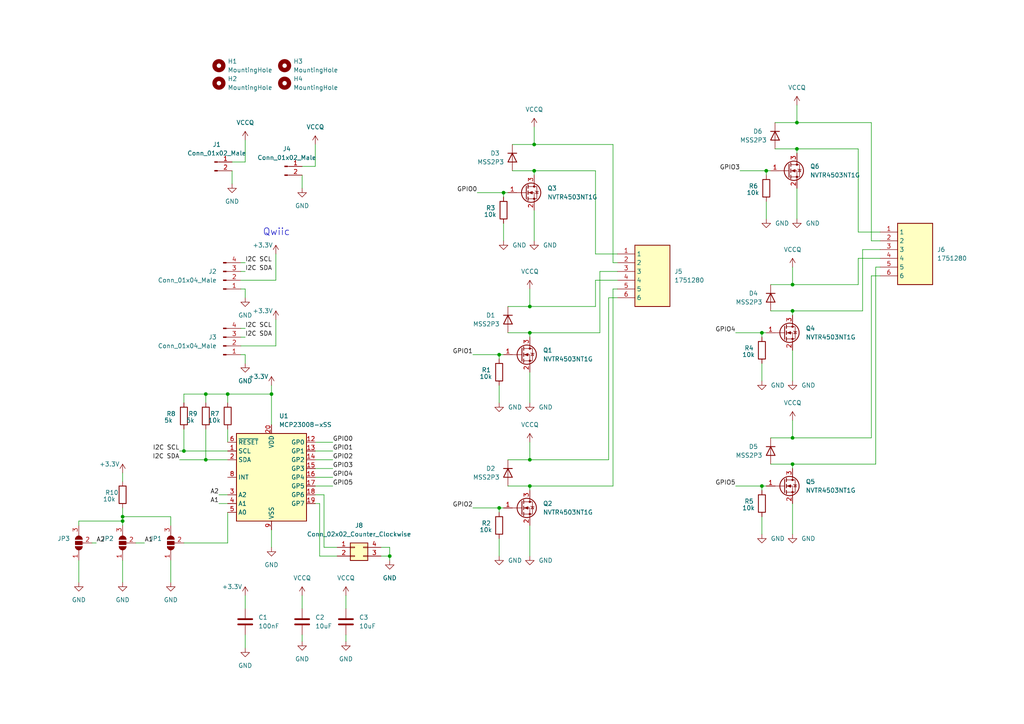
<source format=kicad_sch>
(kicad_sch (version 20230121) (generator eeschema)
  (paper "A4")
  (lib_symbols
    (symbol "Connector:Conn_01x02_Male" (pin_names (offset 1.016) hide)
      (property "Reference" "J" (at 0 2.54 0))
      (property "Value" "Conn_01x02_Male" (at 0 -5.08 0))
      (symbol "Conn_01x02_Male_1_1"
        (polyline (pts (xy 1.27 -2.54) (xy 0.8636 -2.54)) (stroke (width 0.1524)))
        (polyline (pts (xy 1.27 0) (xy 0.8636 0)) (stroke (width 0.1524)))
        (rectangle (start 0.8636 -2.413) (end 0 -2.667) (stroke (width 0.1524)) (fill (type outline)))
        (rectangle (start 0.8636 0.127) (end 0 -0.127) (stroke (width 0.1524)) (fill (type outline)))
        (pin passive line (at 5.08 0 180) (length 3.81) (name "Pin_1") (number "1"))
        (pin passive line (at 5.08 -2.54 180) (length 3.81) (name "Pin_2") (number "2"))
      )
    )
    (symbol "Connector:Conn_01x04_Male" (pin_names (offset 1.016) hide)
      (property "Reference" "J" (at 0 5.08 0))
      (property "Value" "Conn_01x04_Male" (at 0 -7.62 0))
      (symbol "Conn_01x04_Male_1_1"
        (polyline (pts (xy 1.27 -5.08) (xy 0.8636 -5.08)) (stroke (width 0.1524)))
        (polyline (pts (xy 1.27 -2.54) (xy 0.8636 -2.54)) (stroke (width 0.1524)))
        (polyline (pts (xy 1.27 0) (xy 0.8636 0)) (stroke (width 0.1524)))
        (polyline (pts (xy 1.27 2.54) (xy 0.8636 2.54)) (stroke (width 0.1524)))
        (rectangle (start 0.8636 -4.953) (end 0 -5.207) (stroke (width 0.1524)) (fill (type outline)))
        (rectangle (start 0.8636 -2.413) (end 0 -2.667) (stroke (width 0.1524)) (fill (type outline)))
        (rectangle (start 0.8636 0.127) (end 0 -0.127) (stroke (width 0.1524)) (fill (type outline)))
        (rectangle (start 0.8636 2.667) (end 0 2.413) (stroke (width 0.1524)) (fill (type outline)))
        (pin passive line (at 5.08 2.54 180) (length 3.81) (name "Pin_1") (number "1"))
        (pin passive line (at 5.08 0 180) (length 3.81) (name "Pin_2") (number "2"))
        (pin passive line (at 5.08 -2.54 180) (length 3.81) (name "Pin_3") (number "3"))
        (pin passive line (at 5.08 -5.08 180) (length 3.81) (name "Pin_4") (number "4"))
      )
    )
    (symbol "Connector_Generic:Conn_02x02_Counter_Clockwise" (pin_names (offset 1.016) hide)
      (property "Reference" "J" (at 1.27 2.54 0))
      (property "Value" "Conn_02x02_Counter_Clockwise" (at 1.27 -5.08 0))
      (symbol "Conn_02x02_Counter_Clockwise_1_1"
        (rectangle (start -1.27 -2.413) (end 0 -2.667) (stroke (width 0.1524)))
        (rectangle (start -1.27 0.127) (end 0 -0.127) (stroke (width 0.1524)))
        (rectangle (start -1.27 1.27) (end 3.81 -3.81) (stroke (width 0.254)) (fill (type background)))
        (rectangle (start 3.81 -2.413) (end 2.54 -2.667) (stroke (width 0.1524)))
        (rectangle (start 3.81 0.127) (end 2.54 -0.127) (stroke (width 0.1524)))
        (pin passive line (at -5.08 0 0) (length 3.81) (name "Pin_1") (number "1"))
        (pin passive line (at -5.08 -2.54 0) (length 3.81) (name "Pin_2") (number "2"))
        (pin passive line (at 7.62 -2.54 180) (length 3.81) (name "Pin_3") (number "3"))
        (pin passive line (at 7.62 0 180) (length 3.81) (name "Pin_4") (number "4"))
      )
    )
    (symbol "Device:C" (pin_numbers hide) (pin_names (offset 0.254))
      (property "Reference" "C" (at 0.635 2.54 0))
      (property "Value" "C" (at 0.635 -2.54 0))
      (symbol "C_0_1"
        (polyline (pts (xy -2.032 -0.762) (xy 2.032 -0.762)) (stroke (width 0.508)))
        (polyline (pts (xy -2.032 0.762) (xy 2.032 0.762)) (stroke (width 0.508)))
      )
      (symbol "C_1_1"
        (pin passive line (at 0 3.81 270) (length 2.794) (name "~") (number "1"))
        (pin passive line (at 0 -3.81 90) (length 2.794) (name "~") (number "2"))
      )
    )
    (symbol "Device:D" (pin_numbers hide) (pin_names (offset 1.016) hide)
      (property "Reference" "D" (at 0 2.54 0))
      (property "Value" "D" (at 0 -2.54 0))
      (symbol "D_0_1"
        (polyline (pts (xy -1.27 1.27) (xy -1.27 -1.27)) (stroke (width 0.254)))
        (polyline (pts (xy 1.27 0) (xy -1.27 0)))
        (polyline (pts (xy 1.27 1.27) (xy 1.27 -1.27) (xy -1.27 0) (xy 1.27 1.27)) (stroke (width 0.254)))
      )
      (symbol "D_1_1"
        (pin passive line (at -3.81 0 0) (length 2.54) (name "K") (number "1"))
        (pin passive line (at 3.81 0 180) (length 2.54) (name "A") (number "2"))
      )
    )
    (symbol "Device:Q_NMOS_GSD" (pin_names (offset 0) hide)
      (property "Reference" "Q" (at 5.08 1.27 0))
      (property "Value" "Q_NMOS_GSD" (at 5.08 -1.27 0))
      (symbol "Q_NMOS_GSD_0_1"
        (polyline (pts (xy 0.254 0) (xy -2.54 0)))
        (polyline (pts (xy 0.254 1.905) (xy 0.254 -1.905)) (stroke (width 0.254)))
        (polyline (pts (xy 0.762 -1.27) (xy 0.762 -2.286)) (stroke (width 0.254)))
        (polyline (pts (xy 0.762 0.508) (xy 0.762 -0.508)) (stroke (width 0.254)))
        (polyline (pts (xy 0.762 2.286) (xy 0.762 1.27)) (stroke (width 0.254)))
        (polyline (pts (xy 2.54 2.54) (xy 2.54 1.778)))
        (polyline (pts (xy 2.54 -2.54) (xy 2.54 0) (xy 0.762 0)))
        (polyline (pts (xy 0.762 -1.778) (xy 3.302 -1.778) (xy 3.302 1.778) (xy 0.762 1.778)))
        (polyline (pts (xy 1.016 0) (xy 2.032 0.381) (xy 2.032 -0.381) (xy 1.016 0)) (fill (type outline)))
        (polyline (pts (xy 2.794 0.508) (xy 2.921 0.381) (xy 3.683 0.381) (xy 3.81 0.254)))
        (polyline (pts (xy 3.302 0.381) (xy 2.921 -0.254) (xy 3.683 -0.254) (xy 3.302 0.381)))
        (circle (center 1.651 0) (radius 2.794) (stroke (width 0.254)))
        (circle (center 2.54 -1.778) (radius 0.254) (fill (type outline)))
        (circle (center 2.54 1.778) (radius 0.254) (fill (type outline)))
      )
      (symbol "Q_NMOS_GSD_1_1"
        (pin input line (at -5.08 0 0) (length 2.54) (name "G") (number "1"))
        (pin passive line (at 2.54 -5.08 90) (length 2.54) (name "S") (number "2"))
        (pin passive line (at 2.54 5.08 270) (length 2.54) (name "D") (number "3"))
      )
    )
    (symbol "Device:R" (pin_numbers hide) (pin_names (offset 0))
      (property "Reference" "R" (at 2.032 0 90))
      (property "Value" "R" (at 0 0 90))
      (symbol "R_0_1"
        (rectangle (start -1.016 -2.54) (end 1.016 2.54) (stroke (width 0.254)))
      )
      (symbol "R_1_1"
        (pin passive line (at 0 3.81 270) (length 1.27) (name "~") (number "1"))
        (pin passive line (at 0 -3.81 90) (length 1.27) (name "~") (number "2"))
      )
    )
    (symbol "Interface_Expansion:MCP23008-xSS"
      (property "Reference" "U" (at -8.89 13.97 0))
      (property "Value" "MCP23008-xSS" (at 8.89 13.97 0))
      (symbol "MCP23008-xSS_0_1"
        (rectangle (start -10.16 12.7) (end 10.16 -12.7) (stroke (width 0.254)) (fill (type background)))
      )
      (symbol "MCP23008-xSS_1_1"
        (pin input line (at -12.7 7.62 0) (length 2.54) (name "SCL") (number "1"))
        (pin no_connect line (at -10.16 -2.54 0) (length 2.54) hide (name "NC") (number "10"))
        (pin no_connect line (at 10.16 -10.16 180) (length 2.54) hide (name "NC") (number "11"))
        (pin bidirectional line (at 12.7 10.16 180) (length 2.54) (name "GP0") (number "12"))
        (pin bidirectional line (at 12.7 7.62 180) (length 2.54) (name "GP1") (number "13"))
        (pin bidirectional line (at 12.7 5.08 180) (length 2.54) (name "GP2") (number "14"))
        (pin bidirectional line (at 12.7 2.54 180) (length 2.54) (name "GP3") (number "15"))
        (pin bidirectional line (at 12.7 0 180) (length 2.54) (name "GP4") (number "16"))
        (pin bidirectional line (at 12.7 -2.54 180) (length 2.54) (name "GP5") (number "17"))
        (pin bidirectional line (at 12.7 -5.08 180) (length 2.54) (name "GP6") (number "18"))
        (pin bidirectional line (at 12.7 -7.62 180) (length 2.54) (name "GP7") (number "19"))
        (pin bidirectional line (at -12.7 5.08 0) (length 2.54) (name "SDA") (number "2"))
        (pin power_in line (at 0 15.24 270) (length 2.54) (name "VDD") (number "20"))
        (pin input line (at -12.7 -5.08 0) (length 2.54) (name "A2") (number "3"))
        (pin input line (at -12.7 -7.62 0) (length 2.54) (name "A1") (number "4"))
        (pin input line (at -12.7 -10.16 0) (length 2.54) (name "A0") (number "5"))
        (pin input line (at -12.7 10.16 0) (length 2.54) (name "~{RESET}") (number "6"))
        (pin no_connect line (at -10.16 2.54 0) (length 2.54) hide (name "NC") (number "7"))
        (pin output line (at -12.7 0 0) (length 2.54) (name "INT") (number "8"))
        (pin power_in line (at 0 -15.24 90) (length 2.54) (name "VSS") (number "9"))
      )
    )
    (symbol "Jumper:SolderJumper_3_Open" (pin_names (offset 0) hide)
      (property "Reference" "JP" (at -2.54 -2.54 0))
      (property "Value" "SolderJumper_3_Open" (at 0 2.794 0))
      (symbol "SolderJumper_3_Open_0_1"
        (arc (start -1.016 1.016) (mid -2.0276 0) (end -1.016 -1.016))
        (arc (start -1.016 1.016) (mid -2.0276 0) (end -1.016 -1.016) (fill (type outline)))
        (rectangle (start -0.508 1.016) (end 0.508 -1.016) (fill (type outline)))
        (polyline (pts (xy -2.54 0) (xy -2.032 0)))
        (polyline (pts (xy -1.016 1.016) (xy -1.016 -1.016)))
        (polyline (pts (xy 0 -1.27) (xy 0 -1.016)))
        (polyline (pts (xy 1.016 1.016) (xy 1.016 -1.016)))
        (polyline (pts (xy 2.54 0) (xy 2.032 0)))
        (arc (start 1.016 -1.016) (mid 2.0276 0) (end 1.016 1.016))
        (arc (start 1.016 -1.016) (mid 2.0276 0) (end 1.016 1.016) (fill (type outline)))
      )
      (symbol "SolderJumper_3_Open_1_1"
        (pin passive line (at -5.08 0 0) (length 2.54) (name "A") (number "1"))
        (pin passive line (at 0 -3.81 90) (length 2.54) (name "C") (number "2"))
        (pin passive line (at 5.08 0 180) (length 2.54) (name "B") (number "3"))
      )
    )
    (symbol "Mechanical:MountingHole" (pin_names (offset 1.016))
      (property "Reference" "H" (at 0 5.08 0))
      (property "Value" "MountingHole" (at 0 3.175 0))
      (symbol "MountingHole_0_1"
        (circle (center 0 0) (radius 1.27) (stroke (width 1.27)))
      )
    )
    (symbol "MiAM:1751280"
      (property "Reference" "J" (at 16.51 7.62 0))
      (property "Value" "1751280" (at 16.51 5.08 0))
      (symbol "1751280_1_1"
        (rectangle (start 5.08 2.54) (end 15.24 -15.24) (stroke (width 0.254)) (fill (type background)))
        (pin passive line (at 0 0 0) (length 5.08) (name "1") (number "1"))
        (pin passive line (at 0 -2.54 0) (length 5.08) (name "2") (number "2"))
        (pin passive line (at 0 -5.08 0) (length 5.08) (name "3") (number "3"))
        (pin passive line (at 0 -7.62 0) (length 5.08) (name "4") (number "4"))
        (pin passive line (at 0 -10.16 0) (length 5.08) (name "5") (number "5"))
        (pin passive line (at 0 -12.7 0) (length 5.08) (name "6") (number "6"))
      )
    )
    (symbol "power:+3.3V" (power) (pin_names (offset 0))
      (property "Value" "+3.3V" (at 0 3.556 0))
      (symbol "+3.3V_0_1"
        (polyline (pts (xy -0.762 1.27) (xy 0 2.54)))
        (polyline (pts (xy 0 0) (xy 0 2.54)))
        (polyline (pts (xy 0 2.54) (xy 0.762 1.27)))
      )
      (symbol "+3.3V_1_1"
        (pin power_in line (at 0 0 90) (length 0) hide (name "+3.3V") (number "1"))
      )
    )
    (symbol "power:GND" (power) (pin_names (offset 0))
      (property "Value" "GND" (at 0 -3.81 0))
      (symbol "GND_0_1"
        (polyline (pts (xy 0 0) (xy 0 -1.27) (xy 1.27 -1.27) (xy 0 -2.54) (xy -1.27 -1.27) (xy 0 -1.27)))
      )
      (symbol "GND_1_1"
        (pin power_in line (at 0 0 270) (length 0) hide (name "GND") (number "1"))
      )
    )
    (symbol "power:VCCQ" (power) (pin_names (offset 0))
      (property "Value" "VCCQ" (at 0 3.81 0))
      (symbol "VCCQ_0_1"
        (polyline (pts (xy -0.762 1.27) (xy 0 2.54)))
        (polyline (pts (xy 0 0) (xy 0 2.54)))
        (polyline (pts (xy 0 2.54) (xy 0.762 1.27)))
      )
      (symbol "VCCQ_1_1"
        (pin power_in line (at 0 0 90) (length 0) hide (name "VCCQ") (number "1"))
      )
    )
  )
  (junction (at 113.03 161.29))
  (junction (at 220.98 140.97))
  (junction (at 154.94 49.53))
  (junction (at 59.69 114.3))
  (junction (at 229.87 82.55))
  (junction (at 229.87 127))
  (junction (at 35.56 151.13))
  (junction (at 35.56 149.86))
  (junction (at 229.87 90.17))
  (junction (at 222.25 49.53))
  (junction (at 53.34 130.81))
  (junction (at 59.69 133.35))
  (junction (at 66.04 114.3))
  (junction (at 153.67 96.52))
  (junction (at 144.78 147.32))
  (junction (at 78.74 114.3))
  (junction (at 231.14 35.56))
  (junction (at 144.78 102.87))
  (junction (at 153.67 140.97))
  (junction (at 153.67 88.9))
  (junction (at 229.87 134.62))
  (junction (at 154.94 41.91))
  (junction (at 231.14 43.18))
  (junction (at 146.05 55.88))
  (junction (at 220.98 96.52))
  (junction (at 153.67 133.35))
  (wire (pts (xy 66.04 157.48) (xy 66.04 148.59)))
  (wire (pts (xy 214.63 49.53) (xy 222.25 49.53)))
  (wire (pts (xy 223.52 90.17) (xy 229.87 90.17)))
  (wire (pts (xy 66.04 124.46) (xy 66.04 128.27)))
  (wire (pts (xy 91.44 135.89) (xy 96.52 135.89)))
  (wire (pts (xy 177.8 41.91) (xy 177.8 76.2)))
  (wire (pts (xy 229.87 77.47) (xy 229.87 82.55)))
  (wire (pts (xy 78.74 114.3) (xy 78.74 123.19)))
  (wire (pts (xy 144.78 147.32) (xy 144.78 148.59)))
  (wire (pts (xy 154.94 49.53) (xy 154.94 50.8)))
  (wire (pts (xy 220.98 140.97) (xy 220.98 142.24)))
  (wire (pts (xy 59.69 124.46) (xy 59.69 133.35)))
  (wire (pts (xy 220.98 96.52) (xy 220.98 97.79)))
  (wire (pts (xy 254 77.47) (xy 254 134.62)))
  (wire (pts (xy 154.94 36.83) (xy 154.94 41.91)))
  (wire (pts (xy 146.05 55.88) (xy 147.32 55.88)))
  (wire (pts (xy 220.98 105.41) (xy 220.98 110.49)))
  (wire (pts (xy 63.5 143.51) (xy 66.04 143.51)))
  (wire (pts (xy 91.44 140.97) (xy 96.52 140.97)))
  (wire (pts (xy 154.94 41.91) (xy 177.8 41.91)))
  (wire (pts (xy 93.98 143.51) (xy 91.44 143.51)))
  (wire (pts (xy 71.12 102.87) (xy 71.12 105.41)))
  (wire (pts (xy 153.67 140.97) (xy 153.67 142.24)))
  (wire (pts (xy 254 134.62) (xy 229.87 134.62)))
  (wire (pts (xy 22.86 168.91) (xy 22.86 162.56)))
  (wire (pts (xy 153.67 88.9) (xy 172.72 88.9)))
  (wire (pts (xy 144.78 102.87) (xy 146.05 102.87)))
  (wire (pts (xy 231.14 43.18) (xy 231.14 44.45)))
  (wire (pts (xy 87.63 184.15) (xy 87.63 186.055)))
  (wire (pts (xy 91.44 48.26) (xy 87.63 48.26)))
  (wire (pts (xy 229.87 134.62) (xy 229.87 135.89)))
  (wire (pts (xy 59.69 114.3) (xy 66.04 114.3)))
  (wire (pts (xy 71.12 78.74) (xy 69.85 78.74)))
  (wire (pts (xy 91.44 128.27) (xy 96.52 128.27)))
  (wire (pts (xy 147.32 133.35) (xy 153.67 133.35)))
  (wire (pts (xy 229.87 82.55) (xy 248.92 82.55)))
  (wire (pts (xy 100.33 184.15) (xy 100.33 186.055)))
  (wire (pts (xy 229.87 90.17) (xy 250.19 90.17)))
  (wire (pts (xy 35.56 149.86) (xy 35.56 151.13)))
  (wire (pts (xy 220.98 149.86) (xy 220.98 154.94)))
  (wire (pts (xy 52.07 133.35) (xy 59.69 133.35)))
  (wire (pts (xy 144.78 147.32) (xy 146.05 147.32)))
  (wire (pts (xy 213.36 140.97) (xy 220.98 140.97)))
  (wire (pts (xy 222.25 49.53) (xy 222.25 50.8)))
  (wire (pts (xy 53.34 114.3) (xy 59.69 114.3)))
  (wire (pts (xy 148.59 41.91) (xy 154.94 41.91)))
  (wire (pts (xy 177.8 140.97) (xy 153.67 140.97)))
  (wire (pts (xy 252.73 80.01) (xy 255.27 80.01)))
  (wire (pts (xy 59.69 133.35) (xy 66.04 133.35)))
  (wire (pts (xy 147.32 96.52) (xy 153.67 96.52)))
  (wire (pts (xy 172.72 88.9) (xy 172.72 81.28)))
  (wire (pts (xy 71.12 83.82) (xy 71.12 86.36)))
  (wire (pts (xy 231.14 54.61) (xy 231.14 63.5)))
  (wire (pts (xy 153.67 128.27) (xy 153.67 133.35)))
  (wire (pts (xy 176.53 133.35) (xy 153.67 133.35)))
  (wire (pts (xy 91.44 138.43) (xy 96.52 138.43)))
  (wire (pts (xy 113.03 161.29) (xy 113.03 162.56)))
  (wire (pts (xy 179.07 83.82) (xy 177.8 83.82)))
  (wire (pts (xy 153.67 96.52) (xy 153.67 97.79)))
  (wire (pts (xy 53.34 157.48) (xy 66.04 157.48)))
  (wire (pts (xy 137.16 102.87) (xy 144.78 102.87)))
  (wire (pts (xy 66.04 114.3) (xy 78.74 114.3)))
  (wire (pts (xy 69.85 102.87) (xy 71.12 102.87)))
  (wire (pts (xy 223.52 134.62) (xy 229.87 134.62)))
  (wire (pts (xy 250.19 72.39) (xy 250.19 90.17)))
  (wire (pts (xy 80.01 100.33) (xy 80.01 92.71)))
  (wire (pts (xy 69.85 100.33) (xy 80.01 100.33)))
  (wire (pts (xy 69.85 83.82) (xy 71.12 83.82)))
  (wire (pts (xy 71.12 46.99) (xy 67.31 46.99)))
  (wire (pts (xy 172.72 49.53) (xy 172.72 73.66)))
  (wire (pts (xy 248.92 43.18) (xy 248.92 67.31)))
  (wire (pts (xy 53.34 130.81) (xy 66.04 130.81)))
  (wire (pts (xy 250.19 72.39) (xy 255.27 72.39)))
  (wire (pts (xy 113.03 158.75) (xy 113.03 161.29)))
  (wire (pts (xy 91.44 41.91) (xy 91.44 48.26)))
  (wire (pts (xy 255.27 77.47) (xy 254 77.47)))
  (wire (pts (xy 231.14 43.18) (xy 248.92 43.18)))
  (wire (pts (xy 69.85 81.28) (xy 80.01 81.28)))
  (wire (pts (xy 35.56 137.16) (xy 35.56 139.7)))
  (wire (pts (xy 59.69 114.3) (xy 59.69 116.84)))
  (wire (pts (xy 154.94 60.96) (xy 154.94 69.85)))
  (wire (pts (xy 93.98 158.75) (xy 93.98 143.51)))
  (wire (pts (xy 153.67 83.82) (xy 153.67 88.9)))
  (wire (pts (xy 71.12 97.79) (xy 69.85 97.79)))
  (wire (pts (xy 223.52 82.55) (xy 229.87 82.55)))
  (wire (pts (xy 41.91 157.48) (xy 39.37 157.48)))
  (wire (pts (xy 53.34 116.84) (xy 53.34 114.3)))
  (wire (pts (xy 80.01 81.28) (xy 80.01 73.66)))
  (wire (pts (xy 172.72 73.66) (xy 179.07 73.66)))
  (wire (pts (xy 177.8 83.82) (xy 177.8 140.97)))
  (wire (pts (xy 110.49 158.75) (xy 113.03 158.75)))
  (wire (pts (xy 252.73 80.01) (xy 252.73 127)))
  (wire (pts (xy 144.78 102.87) (xy 144.78 104.14)))
  (wire (pts (xy 172.72 81.28) (xy 179.07 81.28)))
  (wire (pts (xy 176.53 86.36) (xy 179.07 86.36)))
  (wire (pts (xy 69.85 95.25) (xy 71.12 95.25)))
  (wire (pts (xy 229.87 121.92) (xy 229.87 127)))
  (wire (pts (xy 222.25 49.53) (xy 223.52 49.53)))
  (wire (pts (xy 35.56 168.91) (xy 35.56 162.56)))
  (wire (pts (xy 78.74 158.75) (xy 78.74 153.67)))
  (wire (pts (xy 52.07 130.81) (xy 53.34 130.81)))
  (wire (pts (xy 248.92 74.93) (xy 255.27 74.93)))
  (wire (pts (xy 63.5 146.05) (xy 66.04 146.05)))
  (wire (pts (xy 147.32 140.97) (xy 153.67 140.97)))
  (wire (pts (xy 248.92 82.55) (xy 248.92 74.93)))
  (wire (pts (xy 138.43 55.88) (xy 146.05 55.88)))
  (wire (pts (xy 35.56 147.32) (xy 35.56 149.86)))
  (wire (pts (xy 92.71 161.29) (xy 92.71 146.05)))
  (wire (pts (xy 69.85 76.2) (xy 71.12 76.2)))
  (wire (pts (xy 148.59 49.53) (xy 154.94 49.53)))
  (wire (pts (xy 255.27 69.85) (xy 252.73 69.85)))
  (wire (pts (xy 179.07 76.2) (xy 177.8 76.2)))
  (wire (pts (xy 49.53 149.86) (xy 35.56 149.86)))
  (wire (pts (xy 35.56 151.13) (xy 35.56 152.4)))
  (wire (pts (xy 53.34 124.46) (xy 53.34 130.81)))
  (wire (pts (xy 87.63 50.8) (xy 87.63 54.61)))
  (wire (pts (xy 229.87 90.17) (xy 229.87 91.44)))
  (wire (pts (xy 96.52 130.81) (xy 91.44 130.81)))
  (wire (pts (xy 224.79 35.56) (xy 231.14 35.56)))
  (wire (pts (xy 223.52 127) (xy 229.87 127)))
  (wire (pts (xy 146.05 64.77) (xy 146.05 69.85)))
  (wire (pts (xy 27.94 157.48) (xy 26.67 157.48)))
  (wire (pts (xy 97.79 161.29) (xy 92.71 161.29)))
  (wire (pts (xy 100.33 172.72) (xy 100.33 176.53)))
  (wire (pts (xy 153.67 107.95) (xy 153.67 116.84)))
  (wire (pts (xy 229.87 146.05) (xy 229.87 154.94)))
  (wire (pts (xy 176.53 86.36) (xy 176.53 133.35)))
  (wire (pts (xy 91.44 133.35) (xy 96.52 133.35)))
  (wire (pts (xy 144.78 156.21) (xy 144.78 161.29)))
  (wire (pts (xy 67.31 49.53) (xy 67.31 53.34)))
  (wire (pts (xy 220.98 140.97) (xy 222.25 140.97)))
  (wire (pts (xy 137.16 147.32) (xy 144.78 147.32)))
  (wire (pts (xy 213.36 96.52) (xy 220.98 96.52)))
  (wire (pts (xy 22.86 152.4) (xy 22.86 151.13)))
  (wire (pts (xy 252.73 127) (xy 229.87 127)))
  (wire (pts (xy 110.49 161.29) (xy 113.03 161.29)))
  (wire (pts (xy 231.14 35.56) (xy 252.73 35.56)))
  (wire (pts (xy 146.05 55.88) (xy 146.05 57.15)))
  (wire (pts (xy 78.74 111.76) (xy 78.74 114.3)))
  (wire (pts (xy 252.73 35.56) (xy 252.73 69.85)))
  (wire (pts (xy 220.98 96.52) (xy 222.25 96.52)))
  (wire (pts (xy 144.78 111.76) (xy 144.78 116.84)))
  (wire (pts (xy 22.86 151.13) (xy 35.56 151.13)))
  (wire (pts (xy 71.12 172.72) (xy 71.12 176.53)))
  (wire (pts (xy 147.32 88.9) (xy 153.67 88.9)))
  (wire (pts (xy 153.67 96.52) (xy 173.99 96.52)))
  (wire (pts (xy 87.63 172.72) (xy 87.63 176.53)))
  (wire (pts (xy 173.99 78.74) (xy 173.99 96.52)))
  (wire (pts (xy 153.67 152.4) (xy 153.67 161.29)))
  (wire (pts (xy 49.53 152.4) (xy 49.53 149.86)))
  (wire (pts (xy 97.79 158.75) (xy 93.98 158.75)))
  (wire (pts (xy 248.92 67.31) (xy 255.27 67.31)))
  (wire (pts (xy 49.53 168.91) (xy 49.53 162.56)))
  (wire (pts (xy 222.25 58.42) (xy 222.25 63.5)))
  (wire (pts (xy 66.04 114.3) (xy 66.04 116.84)))
  (wire (pts (xy 224.79 43.18) (xy 231.14 43.18)))
  (wire (pts (xy 231.14 30.48) (xy 231.14 35.56)))
  (wire (pts (xy 179.07 78.74) (xy 173.99 78.74)))
  (wire (pts (xy 154.94 49.53) (xy 172.72 49.53)))
  (wire (pts (xy 71.12 40.64) (xy 71.12 46.99)))
  (wire (pts (xy 71.12 187.96) (xy 71.12 184.15)))
  (wire (pts (xy 92.71 146.05) (xy 91.44 146.05)))
  (wire (pts (xy 229.87 101.6) (xy 229.87 110.49)))
  (text "Qwiic" (at 76.2 68.58 0) (effects (font (size 2 2)) (justify left bottom)))
  (label "GPIO0" (at 96.52 128.27 0))
  (label "GPIO1" (at 96.52 130.81 0))
  (label "I2C SCL" (at 71.12 76.2 0))
  (label "I2C SDA" (at 71.12 97.79 0))
  (label "GPIO3" (at 214.63 49.53 180))
  (label "GPIO2" (at 96.52 133.35 0))
  (label "A2" (at 27.94 157.48 0))
  (label "GPIO1" (at 137.16 102.87 180))
  (label "A2" (at 63.5 143.51 180))
  (label "A1" (at 63.5 146.05 180))
  (label "GPIO4" (at 213.36 96.52 180))
  (label "I2C SDA" (at 52.07 133.35 180))
  (label "GPIO5" (at 213.36 140.97 180))
  (label "GPIO0" (at 138.43 55.88 180))
  (label "GPIO2" (at 137.16 147.32 180))
  (label "I2C SDA" (at 71.12 78.74 0))
  (label "GPIO3" (at 96.52 135.89 0))
  (label "I2C SCL" (at 52.07 130.81 180))
  (label "GPIO5" (at 96.52 140.97 0))
  (label "A1" (at 41.91 157.48 0))
  (label "GPIO4" (at 96.52 138.43 0))
  (label "I2C SCL" (at 71.12 95.25 0))
  (symbol (lib_id "Device:Q_NMOS_GSD") (at 151.13 102.87 0) (unit 1)
    (property "Reference" "Q1" (at 157.48 101.6 0) (effects (justify left)))
    (property "Value" "NVTR4503NT1G" (at 157.48 104.14 0) (effects (justify left)))
    (property "Footprint" "Package_TO_SOT_SMD:SOT-23_Handsoldering" (effects hide))
    (property "RS" "    780-4815" (effects hide))
  )
  (symbol (lib_id "Device:R") (at 53.34 120.65 180) (unit 1)
    (property "Reference" "R8" (at 48.26 120.015 0) (effects (justify right)))
    (property "Value" "5k" (at 47.625 121.92 0) (effects (justify right)))
    (property "Footprint" "Resistor_SMD:R_0805_2012Metric" (effects hide))
  )
  (symbol (lib_id "Device:C") (at 87.63 180.34 0) (unit 1)
    (property "Reference" "C2" (at 91.44 179.0699 0) (effects (justify left)))
    (property "Value" "10uF" (at 91.44 181.6099 0) (effects (justify left)))
    (property "Footprint" "Capacitor_SMD:C_1206_3216Metric_Pad1.33x1.80mm_HandSolder" (effects hide))
    (property "RS" "    198-8179" (effects hide))
  )
  (symbol (lib_id "Mechanical:MountingHole") (at 63.5 19.05 0) (unit 1)
    (property "Reference" "H1" (at 66.04 17.78 0) (effects (justify left)))
    (property "Value" "MountingHole" (at 66.04 20.32 0) (effects (justify left)))
    (property "Footprint" "MountingHole:MountingHole_3.2mm_M3" (effects hide))
  )
  (symbol (lib_id "power:VCCQ") (at 153.67 128.27 0) (unit 1)
    (property "Reference" "#PWR014" (effects hide))
    (property "Value" "VCCQ" (at 153.67 123.19 0))
  )
  (symbol (lib_id "power:+3.3V") (at 78.74 111.76 0) (unit 1)
    (property "Reference" "#PWR027" (effects hide))
    (property "Value" "+3.3V" (at 74.93 109.22 0))
  )
  (symbol (lib_id "power:GND") (at 87.63 186.055 0) (unit 1)
    (property "Reference" "#PWR036" (effects hide))
    (property "Value" "GND" (at 87.63 191.135 0))
  )
  (symbol (lib_id "power:GND") (at 154.94 69.85 0) (unit 1)
    (property "Reference" "#PWR017" (effects hide))
    (property "Value" "GND" (at 157.48 71.1199 0) (effects (justify left)))
  )
  (symbol (lib_id "Connector:Conn_01x02_Male") (at 82.55 48.26 0) (unit 1)
    (property "Reference" "J4" (at 83.185 43.18 0))
    (property "Value" "Conn_01x02_Male" (at 83.185 45.72 0))
    (property "Footprint" "MiAM:XT30UM" (effects hide))
  )
  (symbol (lib_id "power:GND") (at 71.12 187.96 0) (unit 1)
    (property "Reference" "#PWR034" (effects hide))
    (property "Value" "GND" (at 71.12 193.04 0))
  )
  (symbol (lib_id "Device:Q_NMOS_GSD") (at 227.33 96.52 0) (unit 1)
    (property "Reference" "Q4" (at 233.68 95.25 0) (effects (justify left)))
    (property "Value" "NVTR4503NT1G" (at 233.68 97.79 0) (effects (justify left)))
    (property "Footprint" "Package_TO_SOT_SMD:SOT-23_Handsoldering" (effects hide))
    (property "RS" "    780-4815" (effects hide))
  )
  (symbol (lib_id "Device:C") (at 100.33 180.34 0) (unit 1)
    (property "Reference" "C3" (at 104.14 179.0699 0) (effects (justify left)))
    (property "Value" "10uF" (at 104.14 181.6099 0) (effects (justify left)))
    (property "Footprint" "Capacitor_SMD:C_1206_3216Metric_Pad1.33x1.80mm_HandSolder" (effects hide))
    (property "RS" "    198-8179" (effects hide))
  )
  (symbol (lib_id "power:GND") (at 146.05 69.85 0) (unit 1)
    (property "Reference" "#PWR011" (effects hide))
    (property "Value" "GND" (at 148.59 71.1199 0) (effects (justify left)))
  )
  (symbol (lib_id "power:GND") (at 67.31 53.34 0) (unit 1)
    (property "Reference" "#PWR01" (effects hide))
    (property "Value" "GND" (at 67.31 58.42 0))
  )
  (symbol (lib_id "power:GND") (at 144.78 116.84 0) (unit 1)
    (property "Reference" "#PWR09" (effects hide))
    (property "Value" "GND" (at 147.32 118.1099 0) (effects (justify left)))
  )
  (symbol (lib_id "Connector_Generic:Conn_02x02_Counter_Clockwise") (at 102.87 158.75 0) (unit 1)
    (property "Reference" "J8" (at 104.14 152.4 0))
    (property "Value" "Conn_02x02_Counter_Clockwise" (at 104.14 154.94 0))
    (property "Footprint" "Connector_PinHeader_2.54mm:PinHeader_2x02_P2.54mm_Vertical" (effects hide))
  )
  (symbol (lib_id "power:GND") (at 220.98 154.94 0) (unit 1)
    (property "Reference" "#PWR019" (effects hide))
    (property "Value" "GND" (at 223.52 156.2099 0) (effects (justify left)))
  )
  (symbol (lib_id "Mechanical:MountingHole") (at 82.55 24.13 0) (unit 1)
    (property "Reference" "H4" (at 85.09 22.86 0) (effects (justify left)))
    (property "Value" "MountingHole" (at 85.09 25.4 0) (effects (justify left)))
    (property "Footprint" "MountingHole:MountingHole_3.2mm_M3" (effects hide))
  )
  (symbol (lib_id "power:GND") (at 220.98 110.49 0) (unit 1)
    (property "Reference" "#PWR018" (effects hide))
    (property "Value" "GND" (at 223.52 111.7599 0) (effects (justify left)))
  )
  (symbol (lib_id "power:VCCQ") (at 153.67 83.82 0) (unit 1)
    (property "Reference" "#PWR012" (effects hide))
    (property "Value" "VCCQ" (at 153.67 78.74 0))
  )
  (symbol (lib_id "power:GND") (at 153.67 161.29 0) (unit 1)
    (property "Reference" "#PWR015" (effects hide))
    (property "Value" "GND" (at 156.21 162.5599 0) (effects (justify left)))
  )
  (symbol (lib_id "power:VCCQ") (at 91.44 41.91 0) (unit 1)
    (property "Reference" "#PWR08" (effects hide))
    (property "Value" "VCCQ" (at 91.44 36.83 0))
  )
  (symbol (lib_id "Device:R") (at 35.56 143.51 180) (unit 1)
    (property "Reference" "R10" (at 30.48 142.875 0) (effects (justify right)))
    (property "Value" "10k" (at 29.845 144.78 0) (effects (justify right)))
    (property "Footprint" "Resistor_SMD:R_0805_2012Metric" (effects hide))
  )
  (symbol (lib_id "Device:R") (at 59.69 120.65 180) (unit 1)
    (property "Reference" "R9" (at 54.61 120.015 0) (effects (justify right)))
    (property "Value" "5k" (at 53.975 121.92 0) (effects (justify right)))
    (property "Footprint" "Resistor_SMD:R_0805_2012Metric" (effects hide))
  )
  (symbol (lib_id "Device:Q_NMOS_GSD") (at 151.13 147.32 0) (unit 1)
    (property "Reference" "Q2" (at 157.48 146.05 0) (effects (justify left)))
    (property "Value" "NVTR4503NT1G" (at 157.48 148.59 0) (effects (justify left)))
    (property "Footprint" "Package_TO_SOT_SMD:SOT-23_Handsoldering" (effects hide))
    (property "RS" "    780-4815" (effects hide))
  )
  (symbol (lib_id "power:GND") (at 49.53 168.91 0) (unit 1)
    (property "Reference" "#PWR029" (effects hide))
    (property "Value" "GND" (at 49.53 173.99 0))
  )
  (symbol (lib_id "Jumper:SolderJumper_3_Open") (at 49.53 157.48 90) (unit 1)
    (property "Reference" "JP1" (at 46.99 156.21 90) (effects (justify left)))
    (property "Value" "SolderJumper_3_Open" (effects hide))
    (property "Footprint" "Jumper:SolderJumper-3_P1.3mm_Open_Pad1.0x1.5mm" (effects hide))
  )
  (symbol (lib_id "power:VCCQ") (at 231.14 30.48 0) (unit 1)
    (property "Reference" "#PWR025" (effects hide))
    (property "Value" "VCCQ" (at 231.14 25.4 0))
  )
  (symbol (lib_id "Device:D") (at 224.79 39.37 270) (unit 1)
    (property "Reference" "D6" (at 218.44 38.1 90) (effects (justify left)))
    (property "Value" "MSS2P3" (at 214.63 40.64 90) (effects (justify left)))
    (property "Footprint" "Diode_SMD:D_MicroSMP_AK" (effects hide))
    (property "Sim.Device" "D" (effects hide))
    (property "Sim.Pins" "1=K 2=A" (effects hide))
    (property "RS" "    710-3086" (effects hide))
  )
  (symbol (lib_id "Device:D") (at 147.32 137.16 270) (unit 1)
    (property "Reference" "D2" (at 140.97 135.89 90) (effects (justify left)))
    (property "Value" "MSS2P3" (at 137.16 138.43 90) (effects (justify left)))
    (property "Footprint" "Diode_SMD:D_MicroSMP_AK" (effects hide))
    (property "Sim.Device" "D" (effects hide))
    (property "Sim.Pins" "1=K 2=A" (effects hide))
    (property "RS" "    710-3086" (effects hide))
  )
  (symbol (lib_id "Device:Q_NMOS_GSD") (at 227.33 140.97 0) (unit 1)
    (property "Reference" "Q5" (at 233.68 139.7 0) (effects (justify left)))
    (property "Value" "NVTR4503NT1G" (at 233.68 142.24 0) (effects (justify left)))
    (property "Footprint" "Package_TO_SOT_SMD:SOT-23_Handsoldering" (effects hide))
    (property "RS" "    780-4815" (effects hide))
  )
  (symbol (lib_id "power:GND") (at 78.74 158.75 0) (unit 1)
    (property "Reference" "#PWR028" (effects hide))
    (property "Value" "GND" (at 78.74 163.83 0))
  )
  (symbol (lib_id "power:+3.3V") (at 80.01 73.66 0) (unit 1)
    (property "Reference" "#PWR05" (effects hide))
    (property "Value" "+3.3V" (at 76.2 71.12 0))
  )
  (symbol (lib_id "Device:R") (at 144.78 107.95 180) (unit 1)
    (property "Reference" "R1" (at 139.7 107.315 0) (effects (justify right)))
    (property "Value" "10k" (at 139.065 109.22 0) (effects (justify right)))
    (property "Footprint" "Resistor_SMD:R_0805_2012Metric" (effects hide))
  )
  (symbol (lib_id "Connector:Conn_01x02_Male") (at 62.23 46.99 0) (unit 1)
    (property "Reference" "J1" (at 62.865 41.91 0))
    (property "Value" "Conn_01x02_Male" (at 62.865 44.45 0))
    (property "Footprint" "MiAM:XT30UM" (effects hide))
  )
  (symbol (lib_id "Jumper:SolderJumper_3_Open") (at 22.86 157.48 90) (unit 1)
    (property "Reference" "JP3" (at 20.32 156.21 90) (effects (justify left)))
    (property "Value" "SolderJumper_3_Open" (effects hide))
    (property "Footprint" "Jumper:SolderJumper-3_P1.3mm_Open_Pad1.0x1.5mm" (effects hide))
  )
  (symbol (lib_id "Device:Q_NMOS_GSD") (at 228.6 49.53 0) (unit 1)
    (property "Reference" "Q6" (at 234.95 48.26 0) (effects (justify left)))
    (property "Value" "NVTR4503NT1G" (at 234.95 50.8 0) (effects (justify left)))
    (property "Footprint" "Package_TO_SOT_SMD:SOT-23_Handsoldering" (effects hide))
    (property "RS" "    780-4815" (effects hide))
  )
  (symbol (lib_id "MiAM:1751280") (at 255.27 67.31 0) (unit 1)
    (property "Reference" "J6" (at 271.78 72.39 0) (effects (justify left)))
    (property "Value" "1751280" (at 271.78 74.93 0) (effects (justify left)))
    (property "Footprint" "1751280" (effects hide))
    (property "Datasheet" "https://datasheet.datasheetarchive.com/originals/distributors/SFDatasheet-2/sf-00051381.pdf" (effects hide))
    (property "Height" "8.65" (effects hide))
    (property "Manufacturer_Name" "Phoenix Contact" (effects hide))
    (property "RS part number" "802-4859" (effects hide))
  )
  (symbol (lib_id "Jumper:SolderJumper_3_Open") (at 35.56 157.48 90) (unit 1)
    (property "Reference" "JP2" (at 33.02 156.21 90) (effects (justify left)))
    (property "Value" "SolderJumper_3_Open" (effects hide))
    (property "Footprint" "Jumper:SolderJumper-3_P1.3mm_Open_Pad1.0x1.5mm" (effects hide))
  )
  (symbol (lib_id "Device:R") (at 66.04 120.65 180) (unit 1)
    (property "Reference" "R7" (at 60.96 120.015 0) (effects (justify right)))
    (property "Value" "10k" (at 60.325 121.92 0) (effects (justify right)))
    (property "Footprint" "Resistor_SMD:R_0805_2012Metric" (effects hide))
  )
  (symbol (lib_id "power:VCCQ") (at 154.94 36.83 0) (unit 1)
    (property "Reference" "#PWR016" (effects hide))
    (property "Value" "VCCQ" (at 154.94 31.75 0))
  )
  (symbol (lib_id "Mechanical:MountingHole") (at 82.55 19.05 0) (unit 1)
    (property "Reference" "H3" (at 85.09 17.78 0) (effects (justify left)))
    (property "Value" "MountingHole" (at 85.09 20.32 0) (effects (justify left)))
    (property "Footprint" "MountingHole:MountingHole_3.2mm_M3" (effects hide))
  )
  (symbol (lib_id "MiAM:1751280") (at 179.07 73.66 0) (unit 1)
    (property "Reference" "J5" (at 195.58 78.74 0) (effects (justify left)))
    (property "Value" "1751280" (at 195.58 81.28 0) (effects (justify left)))
    (property "Footprint" "1751280" (effects hide))
    (property "Datasheet" "https://datasheet.datasheetarchive.com/originals/distributors/SFDatasheet-2/sf-00051381.pdf" (effects hide))
    (property "Height" "8.65" (effects hide))
    (property "Manufacturer_Name" "Phoenix Contact" (effects hide))
    (property "RS part number" "802-4859" (effects hide))
  )
  (symbol (lib_id "Device:R") (at 146.05 60.96 180) (unit 1)
    (property "Reference" "R3" (at 140.97 60.325 0) (effects (justify right)))
    (property "Value" "10k" (at 140.335 62.23 0) (effects (justify right)))
    (property "Footprint" "Resistor_SMD:R_0805_2012Metric" (effects hide))
  )
  (symbol (lib_id "power:+3.3V") (at 80.01 92.71 0) (unit 1)
    (property "Reference" "#PWR06" (effects hide))
    (property "Value" "+3.3V" (at 76.2 90.17 0))
  )
  (symbol (lib_id "Connector:Conn_01x04_Male") (at 64.77 81.28 0) (mirror x) (unit 1)
    (property "Reference" "J2" (at 62.865 78.7399 0) (effects (justify right)))
    (property "Value" "Conn_01x04_Male" (at 62.865 81.2799 0) (effects (justify right)))
    (property "Footprint" "Connector_JST:JST_SH_SM04B-SRSS-TB_1x04-1MP_P1.00mm_Horizontal" (effects hide))
    (property "RS" "    515-1513" (effects hide))
  )
  (symbol (lib_id "power:+3.3V") (at 71.12 172.72 0) (unit 1)
    (property "Reference" "#PWR035" (effects hide))
    (property "Value" "+3.3V" (at 67.31 170.18 0))
  )
  (symbol (lib_id "Mechanical:MountingHole") (at 63.5 24.13 0) (unit 1)
    (property "Reference" "H2" (at 66.04 22.86 0) (effects (justify left)))
    (property "Value" "MountingHole" (at 66.04 25.4 0) (effects (justify left)))
    (property "Footprint" "MountingHole:MountingHole_3.2mm_M3" (effects hide))
  )
  (symbol (lib_id "power:GND") (at 71.12 105.41 0) (unit 1)
    (property "Reference" "#PWR04" (effects hide))
    (property "Value" "GND" (at 71.12 110.49 0))
  )
  (symbol (lib_id "Device:R") (at 220.98 146.05 180) (unit 1)
    (property "Reference" "R5" (at 215.9 145.415 0) (effects (justify right)))
    (property "Value" "10k" (at 215.265 147.32 0) (effects (justify right)))
    (property "Footprint" "Resistor_SMD:R_0805_2012Metric" (effects hide))
  )
  (symbol (lib_id "power:GND") (at 71.12 86.36 0) (unit 1)
    (property "Reference" "#PWR03" (effects hide))
    (property "Value" "GND" (at 71.12 91.44 0))
  )
  (symbol (lib_id "power:GND") (at 87.63 54.61 0) (unit 1)
    (property "Reference" "#PWR07" (effects hide))
    (property "Value" "GND" (at 87.63 59.69 0))
  )
  (symbol (lib_id "power:VCCQ") (at 229.87 121.92 0) (unit 1)
    (property "Reference" "#PWR023" (effects hide))
    (property "Value" "VCCQ" (at 229.87 116.84 0))
  )
  (symbol (lib_id "power:VCCQ") (at 87.63 172.72 0) (unit 1)
    (property "Reference" "#PWR037" (effects hide))
    (property "Value" "VCCQ" (at 87.63 167.64 0))
  )
  (symbol (lib_id "Device:D") (at 147.32 92.71 270) (unit 1)
    (property "Reference" "D1" (at 140.97 91.44 90) (effects (justify left)))
    (property "Value" "MSS2P3" (at 137.16 93.98 90) (effects (justify left)))
    (property "Footprint" "Diode_SMD:D_MicroSMP_AK" (effects hide))
    (property "Sim.Device" "D" (effects hide))
    (property "Sim.Pins" "1=K 2=A" (effects hide))
    (property "RS" "    710-3086" (effects hide))
  )
  (symbol (lib_id "Device:R") (at 220.98 101.6 180) (unit 1)
    (property "Reference" "R4" (at 215.9 100.965 0) (effects (justify right)))
    (property "Value" "10k" (at 215.265 102.87 0) (effects (justify right)))
    (property "Footprint" "Resistor_SMD:R_0805_2012Metric" (effects hide))
  )
  (symbol (lib_id "power:GND") (at 153.67 116.84 0) (unit 1)
    (property "Reference" "#PWR013" (effects hide))
    (property "Value" "GND" (at 156.21 118.1099 0) (effects (justify left)))
  )
  (symbol (lib_id "power:GND") (at 229.87 154.94 0) (unit 1)
    (property "Reference" "#PWR024" (effects hide))
    (property "Value" "GND" (at 232.41 156.2099 0) (effects (justify left)))
  )
  (symbol (lib_id "power:VCCQ") (at 229.87 77.47 0) (unit 1)
    (property "Reference" "#PWR021" (effects hide))
    (property "Value" "VCCQ" (at 229.87 72.39 0))
  )
  (symbol (lib_id "power:GND") (at 222.25 63.5 0) (unit 1)
    (property "Reference" "#PWR020" (effects hide))
    (property "Value" "GND" (at 224.79 64.7699 0) (effects (justify left)))
  )
  (symbol (lib_id "Connector:Conn_01x04_Male") (at 64.77 100.33 0) (mirror x) (unit 1)
    (property "Reference" "J3" (at 62.865 97.7899 0) (effects (justify right)))
    (property "Value" "Conn_01x04_Male" (at 62.865 100.3299 0) (effects (justify right)))
    (property "Footprint" "Connector_JST:JST_SH_SM04B-SRSS-TB_1x04-1MP_P1.00mm_Horizontal" (effects hide))
    (property "RS" "    515-1513" (effects hide))
  )
  (symbol (lib_id "power:GND") (at 229.87 110.49 0) (unit 1)
    (property "Reference" "#PWR022" (effects hide))
    (property "Value" "GND" (at 232.41 111.7599 0) (effects (justify left)))
  )
  (symbol (lib_id "Device:D") (at 223.52 86.36 270) (unit 1)
    (property "Reference" "D4" (at 217.17 85.09 90) (effects (justify left)))
    (property "Value" "MSS2P3" (at 213.36 87.63 90) (effects (justify left)))
    (property "Footprint" "Diode_SMD:D_MicroSMP_AK" (effects hide))
    (property "Sim.Device" "D" (effects hide))
    (property "Sim.Pins" "1=K 2=A" (effects hide))
    (property "RS" "    710-3086" (effects hide))
  )
  (symbol (lib_id "Device:R") (at 144.78 152.4 180) (unit 1)
    (property "Reference" "R2" (at 139.7 151.765 0) (effects (justify right)))
    (property "Value" "10k" (at 139.065 153.67 0) (effects (justify right)))
    (property "Footprint" "Resistor_SMD:R_0805_2012Metric" (effects hide))
  )
  (symbol (lib_id "power:GND") (at 35.56 168.91 0) (unit 1)
    (property "Reference" "#PWR031" (effects hide))
    (property "Value" "GND" (at 35.56 173.99 0))
  )
  (symbol (lib_id "power:VCCQ") (at 100.33 172.72 0) (unit 1)
    (property "Reference" "#PWR038" (effects hide))
    (property "Value" "VCCQ" (at 100.33 167.64 0))
  )
  (symbol (lib_id "power:GND") (at 100.33 186.055 0) (unit 1)
    (property "Reference" "#PWR039" (effects hide))
    (property "Value" "GND" (at 100.33 191.135 0))
  )
  (symbol (lib_id "Device:D") (at 148.59 45.72 270) (unit 1)
    (property "Reference" "D3" (at 142.24 44.45 90) (effects (justify left)))
    (property "Value" "MSS2P3" (at 138.43 46.99 90) (effects (justify left)))
    (property "Footprint" "Diode_SMD:D_MicroSMP_AK" (effects hide))
    (property "Sim.Device" "D" (effects hide))
    (property "Sim.Pins" "1=K 2=A" (effects hide))
    (property "RS" "    710-3086" (effects hide))
  )
  (symbol (lib_id "power:GND") (at 113.03 162.56 0) (unit 1)
    (property "Reference" "#PWR033" (effects hide))
    (property "Value" "GND" (at 113.03 167.64 0))
  )
  (symbol (lib_id "Device:Q_NMOS_GSD") (at 152.4 55.88 0) (unit 1)
    (property "Reference" "Q3" (at 158.75 54.61 0) (effects (justify left)))
    (property "Value" "NVTR4503NT1G" (at 158.75 57.15 0) (effects (justify left)))
    (property "Footprint" "Package_TO_SOT_SMD:SOT-23_Handsoldering" (effects hide))
    (property "RS" "    780-4815" (effects hide))
  )
  (symbol (lib_id "Device:C") (at 71.12 180.34 0) (unit 1)
    (property "Reference" "C1" (at 74.93 179.0699 0) (effects (justify left)))
    (property "Value" "100nF" (at 74.93 181.6099 0) (effects (justify left)))
    (property "Footprint" "Capacitor_SMD:C_0402_1005Metric_Pad0.74x0.62mm_HandSolder" (effects hide))
    (property "RS" "    247-7824" (effects hide))
  )
  (symbol (lib_id "Interface_Expansion:MCP23008-xSS") (at 78.74 138.43 0) (unit 1)
    (property "Reference" "U1" (at 80.9341 120.65 0) (effects (justify left)))
    (property "Value" "MCP23008-xSS" (at 80.9341 123.19 0) (effects (justify left)))
    (property "Footprint" "Package_SO:SSOP-20_5.3x7.2mm_P0.65mm" (effects hide))
    (property "Datasheet" "http://ww1.microchip.com/downloads/en/DeviceDoc/MCP23008-MCP23S08-Data-Sheet-20001919F.pdf" (effects hide))
    (property "RS part number" "    770-9707" (effects hide))
  )
  (symbol (lib_id "power:GND") (at 22.86 168.91 0) (unit 1)
    (property "Reference" "#PWR032" (effects hide))
    (property "Value" "GND" (at 22.86 173.99 0))
  )
  (symbol (lib_id "power:GND") (at 144.78 161.29 0) (unit 1)
    (property "Reference" "#PWR010" (effects hide))
    (property "Value" "GND" (at 147.32 162.5599 0) (effects (justify left)))
  )
  (symbol (lib_id "power:+3.3V") (at 35.56 137.16 0) (unit 1)
    (property "Reference" "#PWR030" (effects hide))
    (property "Value" "+3.3V" (at 31.75 134.62 0))
  )
  (symbol (lib_id "Device:D") (at 223.52 130.81 270) (unit 1)
    (property "Reference" "D5" (at 217.17 129.54 90) (effects (justify left)))
    (property "Value" "MSS2P3" (at 213.36 132.08 90) (effects (justify left)))
    (property "Footprint" "Diode_SMD:D_MicroSMP_AK" (effects hide))
    (property "Sim.Device" "D" (effects hide))
    (property "Sim.Pins" "1=K 2=A" (effects hide))
    (property "RS" "    710-3086" (effects hide))
  )
  (symbol (lib_id "power:VCCQ") (at 71.12 40.64 0) (unit 1)
    (property "Reference" "#PWR02" (effects hide))
    (property "Value" "VCCQ" (at 71.12 35.56 0))
  )
  (symbol (lib_id "Device:R") (at 222.25 54.61 180) (unit 1)
    (property "Reference" "R6" (at 217.17 53.975 0) (effects (justify right)))
    (property "Value" "10k" (at 216.535 55.88 0) (effects (justify right)))
    (property "Footprint" "Resistor_SMD:R_0805_2012Metric" (effects hide))
  )
  (symbol (lib_id "power:GND") (at 231.14 63.5 0) (unit 1)
    (property "Reference" "#PWR026" (effects hide))
    (property "Value" "GND" (at 233.68 64.7699 0) (effects (justify left)))
  )
)
</source>
